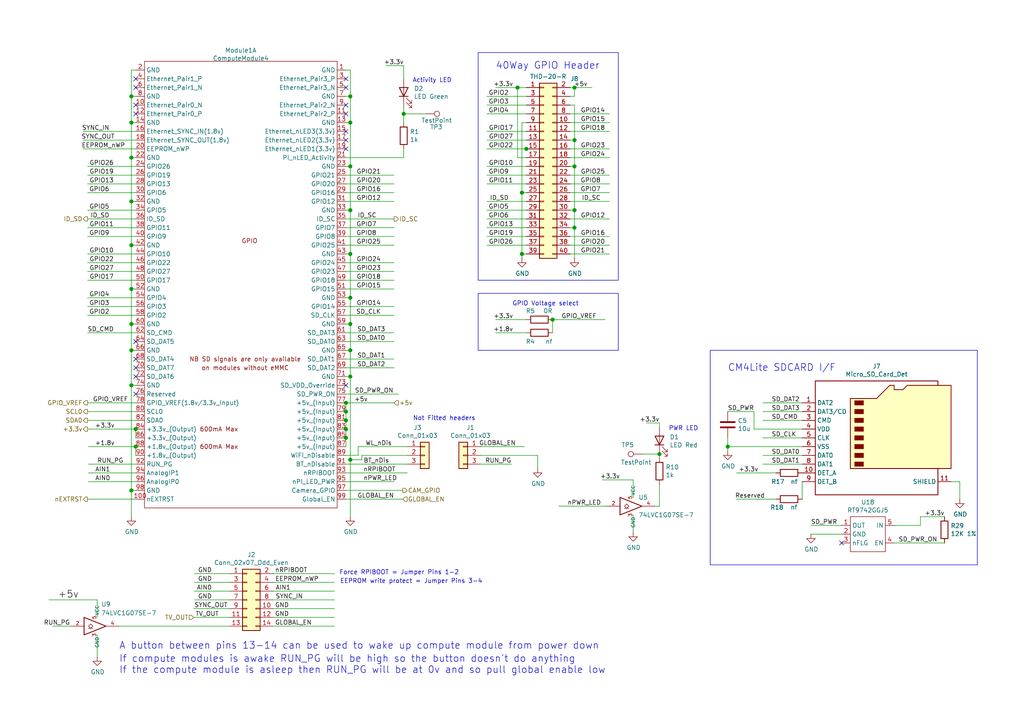
<source format=kicad_sch>
(kicad_sch (version 20231120) (generator "eeschema") (generator_version "8.0")
  (paper "A4")
  (title_block (title "Compute Module 4 IO Board - GPIO - Ethernet") (rev "1") (company "© 2020-2022 Raspberry Pi Ltd (formerly Raspberry Pi (Trading) Ltd.)") (comment 1 "www.raspberrypi.com"))
  (junction (at 38.1 93.98) (diameter 1.016))
  (junction (at 101.6 133.35) (diameter 1.016))
  (junction (at 166.624 40.64) (diameter 1.016))
  (junction (at 101.6 60.96) (diameter 1.016))
  (junction (at 151.384 55.88) (diameter 1.016))
  (junction (at 166.624 25.4) (diameter 1.016))
  (junction (at 101.6 48.26) (diameter 1.016))
  (junction (at 160.274 92.71) (diameter 1.016))
  (junction (at 101.6 73.66) (diameter 1.016))
  (junction (at 101.6 27.94) (diameter 1.016))
  (junction (at 151.384 73.66) (diameter 1.016))
  (junction (at 100.33 127) (diameter 1.016))
  (junction (at 101.6 86.36) (diameter 1.016))
  (junction (at 166.624 66.04) (diameter 1.016))
  (junction (at 38.1 71.12) (diameter 1.016))
  (junction (at 38.1 27.94) (diameter 1.016))
  (junction (at 100.33 121.92) (diameter 1.016))
  (junction (at 38.1 101.6) (diameter 1.016))
  (junction (at 38.1 45.72) (diameter 1.016))
  (junction (at 39.37 124.46) (diameter 1.016))
  (junction (at 117.094 33.02) (diameter 1.016))
  (junction (at 101.6 109.22) (diameter 1.016))
  (junction (at 101.6 35.56) (diameter 1.016))
  (junction (at 150.114 25.4) (diameter 1.016))
  (junction (at 166.624 48.26) (diameter 1.016))
  (junction (at 191.262 131.699) (diameter 1.016))
  (junction (at 211.074 129.54) (diameter 1.016))
  (junction (at 101.6 93.98) (diameter 1.016))
  (junction (at 100.33 116.84) (diameter 1.016))
  (junction (at 100.33 124.46) (diameter 1.016))
  (junction (at 101.6 101.6) (diameter 1.016))
  (junction (at 38.1 83.82) (diameter 1.016))
  (junction (at 166.624 60.96) (diameter 1.016))
  (junction (at 39.37 129.54) (diameter 1.016))
  (junction (at 38.1 111.76) (diameter 1.016))
  (junction (at 38.1 35.56) (diameter 1.016))
  (junction (at 38.1 58.42) (diameter 1.016))
  (junction (at 38.1 142.24) (diameter 1.016))
  (junction (at 152.654 43.18) (diameter 1.016))
  (junction (at 100.33 119.38) (diameter 1.016))
  (no_connect (at 100.33 38.1))
  (no_connect (at 100.33 33.02))
  (no_connect (at 244.094 157.48))
  (no_connect (at 100.33 111.76))
  (no_connect (at 100.33 40.64))
  (no_connect (at 39.37 99.06))
  (no_connect (at 39.37 25.4))
  (no_connect (at 100.33 25.4))
  (no_connect (at 39.37 114.3))
  (no_connect (at 100.33 22.86))
  (no_connect (at 39.37 30.48))
  (no_connect (at 100.33 43.18))
  (no_connect (at 39.37 33.02))
  (no_connect (at 100.33 30.48))
  (no_connect (at 39.37 22.86))
  (no_connect (at 39.37 109.22))
  (no_connect (at 39.37 106.68))
  (no_connect (at 39.37 104.14))
  (wire (pts (xy 25.4 119.38) (xy 39.37 119.38)))
  (wire (pts (xy 24.13 38.1) (xy 39.37 38.1)))
  (wire (pts (xy 38.1 58.42) (xy 39.37 58.42)))
  (wire (pts (xy 79.248 176.53) (xy 97.028 176.53)))
  (wire (pts (xy 166.624 66.04) (xy 166.624 74.93)))
  (wire (pts (xy 100.33 45.72) (xy 117.094 45.72)))
  (wire (pts (xy 141.224 40.64) (xy 152.654 40.64)))
  (wire (pts (xy 166.624 30.48) (xy 166.624 40.64)))
  (wire (pts (xy 79.248 171.45) (xy 97.028 171.45)))
  (wire (pts (xy 56.388 168.91) (xy 66.548 168.91)))
  (wire (pts (xy 101.6 133.35) (xy 101.6 149.86)))
  (polyline (pts (xy 179.324 101.6) (xy 139.954 101.6)) (stroke (width 0) (type solid)))
  (wire (pts (xy 101.6 48.26) (xy 101.6 60.96)))
  (wire (pts (xy 38.1 45.72) (xy 38.1 58.42)))
  (wire (pts (xy 141.224 53.34) (xy 152.654 53.34)))
  (wire (pts (xy 100.33 86.36) (xy 101.6 86.36)))
  (wire (pts (xy 56.388 171.45) (xy 66.548 171.45)))
  (wire (pts (xy 143.764 96.52) (xy 152.654 96.52)))
  (wire (pts (xy 25.4 91.44) (xy 39.37 91.44)))
  (wire (pts (xy 141.224 66.04) (xy 152.654 66.04)))
  (polyline (pts (xy 139.954 85.09) (xy 138.684 85.09)) (stroke (width 0) (type solid)))
  (wire (pts (xy 183.642 139.192) (xy 174.752 139.192)))
  (wire (pts (xy 166.624 66.04) (xy 166.624 60.96)))
  (wire (pts (xy 28.194 173.99) (xy 28.194 179.07)))
  (wire (pts (xy 25.654 139.7) (xy 39.37 139.7)))
  (wire (pts (xy 100.33 81.28) (xy 114.3 81.28)))
  (wire (pts (xy 103.886 129.54) (xy 118.11 129.54)))
  (wire (pts (xy 100.33 35.56) (xy 101.6 35.56)))
  (wire (pts (xy 141.224 33.02) (xy 152.654 33.02)))
  (polyline (pts (xy 205.994 163.83) (xy 205.994 101.6)) (stroke (width 0) (type solid)))
  (wire (pts (xy 139.446 134.62) (xy 148.336 134.62)))
  (wire (pts (xy 25.4 116.84) (xy 39.37 116.84)))
  (wire (pts (xy 100.33 53.34) (xy 114.3 53.34)))
  (wire (pts (xy 141.224 63.5) (xy 152.654 63.5)))
  (wire (pts (xy 101.6 86.36) (xy 101.6 93.98)))
  (wire (pts (xy 166.624 48.26) (xy 165.354 48.26)))
  (wire (pts (xy 38.1 20.32) (xy 38.1 27.94)))
  (wire (pts (xy 25.4 60.96) (xy 39.37 60.96)))
  (wire (pts (xy 166.624 40.64) (xy 165.354 40.64)))
  (wire (pts (xy 100.33 88.9) (xy 114.3 88.9)))
  (wire (pts (xy 56.388 173.99) (xy 66.548 173.99)))
  (wire (pts (xy 100.33 134.62) (xy 118.11 134.62)))
  (wire (pts (xy 79.248 173.99) (xy 97.028 173.99)))
  (wire (pts (xy 38.1 71.12) (xy 39.37 71.12)))
  (wire (pts (xy 100.33 20.32) (xy 101.6 20.32)))
  (wire (pts (xy 141.224 30.48) (xy 152.654 30.48)))
  (wire (pts (xy 25.654 134.62) (xy 39.37 134.62)))
  (wire (pts (xy 100.33 68.58) (xy 114.3 68.58)))
  (wire (pts (xy 100.33 109.22) (xy 101.6 109.22)))
  (wire (pts (xy 24.13 40.64) (xy 39.37 40.64)))
  (wire (pts (xy 100.33 142.24) (xy 116.84 142.24)))
  (polyline (pts (xy 179.324 15.24) (xy 138.684 15.24)) (stroke (width 0) (type solid)))
  (wire (pts (xy 213.614 137.16) (xy 225.044 137.16)))
  (wire (pts (xy 100.33 48.26) (xy 101.6 48.26)))
  (wire (pts (xy 100.33 139.7) (xy 114.3 139.7)))
  (wire (pts (xy 101.6 133.35) (xy 104.9782 133.35)))
  (wire (pts (xy 100.33 27.94) (xy 101.6 27.94)))
  (wire (pts (xy 143.764 25.4) (xy 150.114 25.4)))
  (wire (pts (xy 165.354 25.4) (xy 166.624 25.4)))
  (wire (pts (xy 266.954 149.86) (xy 266.954 152.4)))
  (wire (pts (xy 39.37 20.32) (xy 38.1 20.32)))
  (wire (pts (xy 191.262 122.682) (xy 187.452 122.682)))
  (wire (pts (xy 25.654 129.54) (xy 39.37 129.54)))
  (wire (pts (xy 100.33 121.92) (xy 100.33 124.46)))
  (wire (pts (xy 34.544 181.61) (xy 66.548 181.61)))
  (wire (pts (xy 244.094 152.4) (xy 235.204 152.4)))
  (wire (pts (xy 100.33 83.82) (xy 114.3 83.82)))
  (wire (pts (xy 39.37 129.54) (xy 39.624 129.54)))
  (wire (pts (xy 39.37 142.24) (xy 38.1 142.24)))
  (wire (pts (xy 218.694 124.46) (xy 218.694 119.38)))
  (wire (pts (xy 25.4 48.26) (xy 39.37 48.26)))
  (wire (pts (xy 25.4 121.92) (xy 39.37 121.92)))
  (wire (pts (xy 14.224 173.99) (xy 28.194 173.99)))
  (wire (pts (xy 141.224 50.8) (xy 152.654 50.8)))
  (wire (pts (xy 165.354 38.1) (xy 176.784 38.1)))
  (wire (pts (xy 232.664 139.7) (xy 232.664 144.78)))
  (wire (pts (xy 100.33 116.84) (xy 114.3 116.84)))
  (wire (pts (xy 79.248 181.61) (xy 97.028 181.61)))
  (wire (pts (xy 101.6 93.98) (xy 101.6 101.6)))
  (wire (pts (xy 38.1 83.82) (xy 39.37 83.82)))
  (wire (pts (xy 160.274 92.71) (xy 160.274 96.52)))
  (wire (pts (xy 165.354 30.48) (xy 166.624 30.48)))
  (wire (pts (xy 100.33 63.5) (xy 114.3 63.5)))
  (wire (pts (xy 101.6 73.66) (xy 101.6 86.36)))
  (wire (pts (xy 25.4 55.88) (xy 39.37 55.88)))
  (wire (pts (xy 100.33 71.12) (xy 114.3 71.12)))
  (wire (pts (xy 151.384 35.56) (xy 151.384 55.88)))
  (polyline (pts (xy 179.324 15.24) (xy 179.324 81.28)) (stroke (width 0) (type solid)))
  (wire (pts (xy 191.262 123.952) (xy 191.262 122.682)))
  (wire (pts (xy 38.1 93.98) (xy 39.37 93.98)))
  (wire (pts (xy 151.384 55.88) (xy 152.654 55.88)))
  (wire (pts (xy 56.388 166.37) (xy 66.548 166.37)))
  (wire (pts (xy 100.33 78.74) (xy 114.3 78.74)))
  (polyline (pts (xy 138.684 101.6) (xy 138.684 85.09)) (stroke (width 0) (type solid)))
  (wire (pts (xy 38.1 111.76) (xy 38.1 142.24)))
  (wire (pts (xy 150.114 25.4) (xy 150.114 45.72)))
  (polyline (pts (xy 179.324 85.09) (xy 179.324 101.6)) (stroke (width 0) (type solid)))
  (wire (pts (xy 165.354 33.02) (xy 176.784 33.02)))
  (wire (pts (xy 100.33 127) (xy 100.33 129.54)))
  (wire (pts (xy 141.224 68.58) (xy 152.654 68.58)))
  (wire (pts (xy 25.4 63.5) (xy 39.37 63.5)))
  (wire (pts (xy 165.354 68.58) (xy 176.784 68.58)))
  (wire (pts (xy 114.3 91.44) (xy 100.33 91.44)))
  (wire (pts (xy 165.354 71.12) (xy 176.784 71.12)))
  (wire (pts (xy 100.33 60.96) (xy 101.6 60.96)))
  (wire (pts (xy 25.4 53.34) (xy 39.37 53.34)))
  (wire (pts (xy 139.446 132.08) (xy 155.956 132.08)))
  (wire (pts (xy 100.33 119.38) (xy 100.33 121.92)))
  (wire (pts (xy 25.4 96.52) (xy 39.37 96.52)))
  (wire (pts (xy 165.354 55.88) (xy 176.784 55.88)))
  (wire (pts (xy 25.654 137.16) (xy 39.37 137.16)))
  (wire (pts (xy 183.642 149.352) (xy 183.642 154.432)))
  (wire (pts (xy 191.262 140.462) (xy 191.262 146.812)))
  (wire (pts (xy 160.274 92.71) (xy 175.514 92.71)))
  (wire (pts (xy 259.334 157.48) (xy 273.939 157.48)))
  (wire (pts (xy 232.664 134.62) (xy 221.234 134.62)))
  (wire (pts (xy 100.33 124.46) (xy 100.33 127)))
  (wire (pts (xy 24.13 43.18) (xy 39.37 43.18)))
  (wire (pts (xy 141.224 38.1) (xy 152.654 38.1)))
  (wire (pts (xy 165.354 50.8) (xy 176.784 50.8)))
  (wire (pts (xy 191.262 131.572) (xy 191.262 131.699)))
  (wire (pts (xy 165.354 58.42) (xy 176.784 58.42)))
  (wire (pts (xy 151.384 55.88) (xy 151.384 73.66)))
  (wire (pts (xy 25.4 86.36) (xy 39.37 86.36)))
  (wire (pts (xy 25.4 50.8) (xy 39.37 50.8)))
  (wire (pts (xy 244.094 154.94) (xy 235.204 154.94)))
  (wire (pts (xy 79.248 168.91) (xy 97.028 168.91)))
  (wire (pts (xy 221.234 116.84) (xy 232.664 116.84)))
  (wire (pts (xy 56.134 179.07) (xy 66.548 179.07)))
  (wire (pts (xy 38.1 101.6) (xy 39.37 101.6)))
  (wire (pts (xy 191.262 146.812) (xy 189.992 146.812)))
  (polyline (pts (xy 283.464 101.6) (xy 283.464 163.83)) (stroke (width 0) (type solid)))
  (wire (pts (xy 166.624 40.64) (xy 166.624 48.26)))
  (wire (pts (xy 25.4 144.78) (xy 39.37 144.78)))
  (wire (pts (xy 165.354 35.56) (xy 176.784 35.56)))
  (wire (pts (xy 100.33 114.3) (xy 115.57 114.3)))
  (wire (pts (xy 278.384 139.7) (xy 278.384 144.78)))
  (wire (pts (xy 141.224 71.12) (xy 152.654 71.12)))
  (wire (pts (xy 79.248 166.37) (xy 97.028 166.37)))
  (wire (pts (xy 165.354 53.34) (xy 176.784 53.34)))
  (wire (pts (xy 100.33 66.04) (xy 114.3 66.04)))
  (wire (pts (xy 100.33 50.8) (xy 114.3 50.8)))
  (wire (pts (xy 141.224 27.94) (xy 152.654 27.94)))
  (wire (pts (xy 141.224 58.42) (xy 152.654 58.42)))
  (wire (pts (xy 213.614 144.78) (xy 225.044 144.78)))
  (wire (pts (xy 101.6 27.94) (xy 101.6 35.56)))
  (wire (pts (xy 139.446 129.54) (xy 152.146 129.54)))
  (wire (pts (xy 25.4 68.58) (xy 39.37 68.58)))
  (wire (pts (xy 39.37 127) (xy 39.37 124.46)))
  (wire (pts (xy 79.248 179.07) (xy 97.028 179.07)))
  (wire (pts (xy 183.642 144.272) (xy 183.642 139.192)))
  (polyline (pts (xy 139.954 85.09) (xy 179.324 85.09)) (stroke (width 0) (type solid)))
  (wire (pts (xy 117.094 33.02) (xy 117.094 30.48)))
  (wire (pts (xy 25.4 66.04) (xy 39.37 66.04)))
  (wire (pts (xy 25.4 81.28) (xy 39.37 81.28)))
  (wire (pts (xy 186.2582 131.699) (xy 191.262 131.699)))
  (wire (pts (xy 100.33 76.2) (xy 114.3 76.2)))
  (wire (pts (xy 273.939 149.86) (xy 266.954 149.86)))
  (wire (pts (xy 39.37 132.08) (xy 39.37 129.54)))
  (wire (pts (xy 101.6 60.96) (xy 101.6 73.66)))
  (wire (pts (xy 166.624 60.96) (xy 166.624 48.26)))
  (polyline (pts (xy 283.464 163.83) (xy 205.994 163.83)) (stroke (width 0) (type solid)))
  (wire (pts (xy 191.262 131.699) (xy 191.262 132.842)))
  (wire (pts (xy 117.094 22.86) (xy 117.094 19.05)))
  (wire (pts (xy 211.074 127) (xy 211.074 129.54)))
  (wire (pts (xy 100.33 101.6) (xy 101.6 101.6)))
  (wire (pts (xy 100.33 144.78) (xy 116.84 144.78)))
  (wire (pts (xy 38.1 111.76) (xy 39.37 111.76)))
  (wire (pts (xy 221.234 132.08) (xy 232.664 132.08)))
  (wire (pts (xy 211.074 119.38) (xy 218.694 119.38)))
  (wire (pts (xy 166.624 25.4) (xy 171.704 25.4)))
  (wire (pts (xy 151.384 73.66) (xy 152.654 73.66)))
  (wire (pts (xy 38.1 45.72) (xy 39.37 45.72)))
  (wire (pts (xy 100.33 116.84) (xy 100.33 119.38)))
  (wire (pts (xy 166.624 27.94) (xy 166.624 25.4)))
  (wire (pts (xy 104.9782 133.35) (xy 104.9782 132.08)))
  (wire (pts (xy 39.37 35.56) (xy 38.1 35.56)))
  (wire (pts (xy 101.6 35.56) (xy 101.6 48.26)))
  (wire (pts (xy 150.114 45.72) (xy 152.654 45.72)))
  (wire (pts (xy 56.134 176.53) (xy 66.548 176.53)))
  (wire (pts (xy 141.224 60.96) (xy 152.654 60.96)))
  (wire (pts (xy 100.33 132.08) (xy 103.886 132.08)))
  (wire (pts (xy 38.1 35.56) (xy 38.1 45.72)))
  (wire (pts (xy 232.664 124.46) (xy 218.694 124.46)))
  (polyline (pts (xy 138.684 101.6) (xy 139.954 101.6)) (stroke (width 0) (type solid)))
  (wire (pts (xy 25.4 76.2) (xy 39.37 76.2)))
  (wire (pts (xy 114.3 104.14) (xy 100.33 104.14)))
  (wire (pts (xy 152.654 35.56) (xy 151.384 35.56)))
  (wire (pts (xy 259.334 152.4) (xy 266.954 152.4)))
  (wire (pts (xy 25.4 78.74) (xy 39.37 78.74)))
  (wire (pts (xy 100.33 58.42) (xy 114.3 58.42)))
  (wire (pts (xy 100.33 93.98) (xy 101.6 93.98)))
  (wire (pts (xy 39.37 27.94) (xy 38.1 27.94)))
  (wire (pts (xy 28.194 184.15) (xy 28.194 190.5)))
  (wire (pts (xy 38.1 83.82) (xy 38.1 93.98)))
  (wire (pts (xy 165.354 66.04) (xy 166.624 66.04)))
  (polyline (pts (xy 205.994 101.6) (xy 283.464 101.6)) (stroke (width 0) (type solid)))
  (wire (pts (xy 112.014 19.05) (xy 117.094 19.05)))
  (wire (pts (xy 38.1 93.98) (xy 38.1 101.6)))
  (polyline (pts (xy 138.684 81.28) (xy 179.324 81.28)) (stroke (width 0) (type solid)))
  (wire (pts (xy 38.1 101.6) (xy 38.1 111.76)))
  (wire (pts (xy 101.6 20.32) (xy 101.6 27.94)))
  (wire (pts (xy 38.1 142.24) (xy 38.1 149.86)))
  (wire (pts (xy 25.4 124.46) (xy 39.37 124.46)))
  (wire (pts (xy 141.224 48.26) (xy 152.654 48.26)))
  (wire (pts (xy 141.224 43.18) (xy 152.654 43.18)))
  (wire (pts (xy 232.664 119.38) (xy 221.234 119.38)))
  (wire (pts (xy 162.052 146.812) (xy 176.022 146.812)))
  (wire (pts (xy 232.664 127) (xy 221.234 127)))
  (wire (pts (xy 103.886 132.08) (xy 103.886 129.54)))
  (wire (pts (xy 165.354 63.5) (xy 176.784 63.5)))
  (wire (pts (xy 38.1 58.42) (xy 38.1 71.12)))
  (wire (pts (xy 275.844 139.7) (xy 278.384 139.7)))
  (wire (pts (xy 155.194 43.18) (xy 152.654 43.18)))
  (wire (pts (xy 165.354 60.96) (xy 166.624 60.96)))
  (wire (pts (xy 100.33 99.06) (xy 114.3 99.06)))
  (wire (pts (xy 101.6 101.6) (xy 101.6 109.22)))
  (wire (pts (xy 155.956 132.08) (xy 155.956 135.89)))
  (wire (pts (xy 100.33 106.68) (xy 114.3 106.68)))
  (wire (pts (xy 165.354 43.18) (xy 176.784 43.18)))
  (wire (pts (xy 211.074 129.54) (xy 211.074 130.81)))
  (wire (pts (xy 25.4 88.9) (xy 39.37 88.9)))
  (wire (pts (xy 114.3 96.52) (xy 100.33 96.52)))
  (wire (pts (xy 165.354 27.94) (xy 166.624 27.94)))
  (wire (pts (xy 143.764 92.71) (xy 152.654 92.71)))
  (wire (pts (xy 15.24 181.61) (xy 20.574 181.61)))
  (wire (pts (xy 100.33 137.16) (xy 118.11 137.16)))
  (wire (pts (xy 123.444 33.02) (xy 117.094 33.02)))
  (wire (pts (xy 117.094 35.56) (xy 117.094 33.02)))
  (wire (pts (xy 151.384 73.66) (xy 151.384 74.93)))
  (wire (pts (xy 100.33 55.88) (xy 114.3 55.88)))
  (wire (pts (xy 221.234 121.92) (xy 232.664 121.92)))
  (wire (pts (xy 25.4 73.66) (xy 39.37 73.66)))
  (wire (pts (xy 211.074 129.54) (xy 232.664 129.54)))
  (wire (pts (xy 117.094 45.72) (xy 117.094 43.18)))
  (wire (pts (xy 165.354 45.72) (xy 176.784 45.72)))
  (polyline (pts (xy 138.684 15.24) (xy 138.684 81.28)) (stroke (width 0) (type solid)))
  (wire (pts (xy 101.6 109.22) (xy 101.6 133.35)))
  (wire (pts (xy 104.9782 132.08) (xy 118.11 132.08)))
  (wire (pts (xy 152.654 25.4) (xy 150.114 25.4)))
  (wire (pts (xy 38.1 71.12) (xy 38.1 83.82)))
  (wire (pts (xy 100.33 73.66) (xy 101.6 73.66)))
  (wire (pts (xy 165.354 73.66) (xy 176.784 73.66)))
  (wire (pts (xy 38.1 27.94) (xy 38.1 35.56)))
  (text "PWR LED" (at 193.929 125.095 0) (effects (font (size 1.27 1.27)) (justify left bottom)))
  (text "40Way GPIO Header" (at 143.764 20.32 0) (effects (font (size 2.007 2.007)) (justify left bottom)))
  (text "CM4Lite SDCARD I/F" (at 211.074 107.95 0) (effects (font (size 2.007 2.007)) (justify left bottom)))
  (text "GPIO Voltage select\n" (at 167.894 88.9 0) (effects (font (size 1.27 1.27)) (justify right bottom)))
  (text "Activity LED" (at 119.634 24.13 0) (effects (font (size 1.27 1.27)) (justify left bottom)))
  (text "EEPROM write protect = Jumper Pins 3-4\n\n" (at 139.954 171.45 0) (effects (font (size 1.27 1.27)) (justify right bottom)))
  (text "Not Fitted headers" (at 137.922 122.174 0) (effects (font (size 1.27 1.27)) (justify right bottom)))
  (text "A button between pins 13-14 can be used to wake up compute module from power down\n\n" (at 34.544 191.77 0) (effects (font (size 2.007 2.007)) (justify left bottom)))
  (text "If compute modules is awake RUN_PG will be high so the button doesn't do anything\nIf the compute module is asleep then RUN_PG will be at 0v and so pull global enable low" (at 34.544 195.58 0) (effects (font (size 2.007 2.007)) (justify left bottom)))
  (text "Force RPIBOOT = Jumper Pins 1-2 \n" (at 134.112 166.878 0) (effects (font (size 1.27 1.27)) (justify right bottom)))
  (label "GPIO12" (at 110.49 58.42 180))
  (label "GPIO15" (at 175.514 35.56 180))
  (label "ID_SD" (at 147.574 58.42 180))
  (label "GPIO23" (at 110.49 78.74 180))
  (label "SD_PWR_ON" (at 102.87 114.3 0))
  (label "ID_SC" (at 109.22 63.5 180))
  (label "GPIO14" (at 110.49 88.9 180))
  (label "SD_DAT3" (at 223.774 119.38 0))
  (label "SD_DAT3" (at 111.76 96.52 180))
  (label "+3.3v" (at 148.844 92.71 180))
  (label "GPIO12" (at 175.514 63.5 180))
  (label "SD_DAT0" (at 223.774 132.08 0))
  (label "SD_PWR" (at 235.204 152.4 0))
  (label "GPIO11" (at 148.844 53.34 180))
  (label "GPIO18" (at 175.514 38.1 180))
  (label "nPWR_LED" (at 105.41 139.7 0))
  (label "GND" (at 83.82 176.53 180))
  (label "GPIO3" (at 147.574 30.48 180))
  (label "SD_PWR" (at 211.074 119.38 0))
  (label "+5v" (at 16.764 173.99 0) (effects (font (size 2.0066 2.0066))))
  (label "SD_DAT0" (at 111.76 99.06 180))
  (label "GPIO14" (at 175.514 33.02 180))
  (label "GPIO7" (at 174.244 55.88 180))
  (label "GPIO20" (at 110.49 53.34 180))
  (label "SD_DAT1" (at 223.774 134.62 0))
  (label "GPIO26" (at 148.844 71.12 180))
  (label "BT_nDis" (at 112.8776 134.62 180))
  (label "SD_DAT2" (at 111.76 106.68 180))
  (label "EEPROM_nWP" (at 36.322 43.18 180))
  (label "GPIO8" (at 109.22 68.58 180))
  (label "AIN0" (at 61.468 171.45 180))
  (label "GPIO26" (at 33.02 48.26 180))
  (label "+3.3v" (at 219.964 137.16 180))
  (label "GPIO5" (at 147.574 60.96 180))
  (label "SYNC_IN" (at 31.75 38.1 180))
  (label "GPIO2" (at 147.574 27.94 180))
  (label "SD_PWR_ON" (at 260.604 157.48 0))
  (label "GPIO18" (at 110.49 81.28 180))
  (label "GPIO15" (at 110.49 83.82 180))
  (label "GPIO25" (at 110.49 71.12 180))
  (label "nRPIBOOT" (at 114.7572 137.16 180))
  (label "GPIO_VREF" (at 26.924 116.84 0))
  (label "GPIO6" (at 147.574 63.5 180))
  (label "GPIO13" (at 148.844 66.04 180))
  (label "GPIO6" (at 31.75 55.88 180))
  (label "GPIO17" (at 148.844 38.1 180))
  (label "GPIO9" (at 147.574 50.8 180))
  (label "GPIO25" (at 175.514 50.8 180))
  (label "GPIO21" (at 175.514 73.66 180))
  (label "AIN1" (at 84.328 171.45 180))
  (label "GPIO13" (at 33.02 53.34 180))
  (label "GPIO_VREF" (at 162.814 92.71 0))
  (label "GPIO19" (at 148.844 68.58 180))
  (label "+3.3v" (at 191.262 122.682 180))
  (label "GPIO16" (at 110.49 55.88 180))
  (label "AIN1" (at 32.004 137.16 180))
  (label "SYNC_IN" (at 87.884 173.99 180))
  (label "SD_CMD" (at 33.02 96.52 180))
  (label "GND" (at 61.468 166.37 180))
  (label "+5v" (at 170.434 25.4 180))
  (label "RUN_PG" (at 148.336 134.62 180))
  (label "GPIO22" (at 33.02 76.2 180))
  (label "SD_CLK" (at 223.774 127 0))
  (label "GPIO19" (at 33.02 50.8 180))
  (label "+3.3v" (at 148.844 25.4 180))
  (label "GPIO4" (at 31.75 86.36 180))
  (label "nPWR_LED" (at 164.592 146.812 0))
  (label "GPIO5" (at 31.75 60.96 180))
  (label "+3.3v" (at 33.274 124.46 180))
  (label "GPIO10" (at 148.844 48.26 180))
  (label "+5v" (at 106.68 116.84 180))
  (label "SYNC_OUT" (at 33.274 40.64 180))
  (label "GND" (at 61.468 168.91 180))
  (label "EEPROM_nWP" (at 92.456 168.91 180))
  (label "SYNC_OUT" (at 66.04 176.53 180))
  (label "GLOBAL_EN" (at 114.3 144.78 180))
  (label "+3.3v" (at 273.939 149.86 180))
  (label "GPIO27" (at 33.02 78.74 180))
  (label "GLOBAL_EN" (at 90.424 181.61 180))
  (label "GLOBAL_EN" (at 149.606 129.54 180))
  (label "GPIO27" (at 148.844 40.64 180))
  (label "GPIO11" (at 33.02 66.04 180))
  (label "+1.8v" (at 33.274 129.54 180))
  (label "GND" (at 61.468 173.99 180))
  (label "TV_OUT" (at 63.5 179.07 180))
  (label "RUN_PG" (at 35.814 134.62 180))
  (label "GPIO20" (at 175.514 71.12 180))
  (label "GPIO7" (at 109.22 66.04 180))
  (label "SD_DAT1" (at 111.76 104.14 180))
  (label "ID_SC" (at 174.244 58.42 180))
  (label "GPIO22" (at 148.844 43.18 180))
  (label "+3.3v" (at 117.094 19.05 180))
  (label "GPIO8" (at 174.244 53.34 180))
  (label "GND" (at 83.82 179.07 180))
  (label "GPIO3" (at 31.75 88.9 180))
  (label "GPIO17" (at 33.02 81.28 180))
  (label "GPIO2" (at 31.75 91.44 180))
  (label "WL_nDis" (at 113.665 129.54 180))
  (label "ID_SD" (at 31.75 63.5 180))
  (label "GPIO9" (at 31.75 68.58 180))
  (label "nRPIBOOT" (at 89.154 166.37 180))
  (label "+3.3v" (at 179.832 139.192 180))
  (label "GPIO23" (at 175.514 43.18 180))
  (label "SD_CLK" (at 110.49 91.44 180))
  (label "GPIO24" (at 110.49 76.2 180))
  (label "+1.8v" (at 148.844 96.52 180))
  (label "SD_CMD" (at 223.774 121.92 0))
  (label "GPIO4" (at 147.574 33.02 180))
  (label "RUN_PG" (at 20.32 181.61 180))
  (label "GPIO16" (at 175.514 68.58 180))
  (label "GPIO10" (at 33.02 73.66 180))
  (label "GPIO21" (at 110.49 50.8 180))
  (label "GPIO24" (at 175.514 45.72 180))
  (label "AIN0" (at 32.004 139.7 180))
  (label "SD_DAT2" (at 223.774 116.84 0))
  (label "Reserved" (at 221.869 144.78 180))
  (hierarchical_label "+5v" (shape input) (at 114.3 116.84 0))
  (hierarchical_label "GLOBAL_EN" (shape input) (at 116.84 144.78 0))
  (hierarchical_label "ID_SC" (shape output) (at 114.3 63.5 0))
  (hierarchical_label "TV_OUT" (shape input) (at 56.134 179.07 180))
  (hierarchical_label "SCL0" (shape output) (at 25.4 119.38 180))
  (hierarchical_label "ID_SD" (shape output) (at 25.4 63.5 180))
  (hierarchical_label "GPIO_VREF" (shape output) (at 25.4 116.84 180))
  (hierarchical_label "SDA0" (shape output) (at 25.4 121.92 180))
  (hierarchical_label "CAM_GPIO" (shape output) (at 116.84 142.24 0))
  (hierarchical_label "nEXTRST" (shape output) (at 25.4 144.78 180))
  (hierarchical_label "+3.3v" (shape output) (at 25.4 124.46 180))
  (symbol (lib_id "CM4IO:74LVC1G07_copy") (at 183.642 146.812 0) (unit 1)
    (property "Reference" "U5" (at 185.166 144.272 0) (effects (justify left)))
    (property "Value" "74LVC1G07SE-7" (at 185.166 149.352 0) (effects (justify left)))
    (property "Footprint" "Package_TO_SOT_SMD:SOT-353_SC-70-5" (effects (hide yes)))
    (property "Datasheet" "http://www.ti.com/lit/sg/scyt129e/scyt129e.pdf" (effects (hide yes)))
    (property "Description" "Single Buffer Gate w/ Open Drain, Low-Voltage CMOS" (effects (hide yes)))
    (property "Field4" "Farnell" (effects (hide yes)))
    (property "Field5" "2425492" (effects (hide yes)))
    (property "Field6" "74LVC1G07SE-7" (effects (hide yes)))
    (property "Field7" "Diodes" (effects (hide yes)))
    (property "Part Description" "Buffer, Non-Inverting 1 Element 1 Bit per Element Open Drain Output SOT-353" (effects (hide yes)))
  )
  (symbol (lib_id "CM4IO:74LVC1G07_copy") (at 28.194 181.61 0) (unit 1)
    (property "Reference" "U9" (at 30.734 175.26 0))
    (property "Value" "74LVC1G07SE-7" (at 37.338 177.8 0))
    (property "Footprint" "Package_TO_SOT_SMD:SOT-353_SC-70-5" (effects (hide yes)))
    (property "Datasheet" "http://www.ti.com/lit/sg/scyt129e/scyt129e.pdf" (effects (hide yes)))
    (property "Description" "Single Buffer Gate w/ Open Drain, Low-Voltage CMOS" (effects (hide yes)))
    (property "Field4" "Farnell" (effects (hide yes)))
    (property "Field5" "2425492" (effects (hide yes)))
    (property "Field6" "74LVC1G07SE-7" (effects (hide yes)))
    (property "Field7" "Diodes" (effects (hide yes)))
    (property "Part Description" "Buffer, Non-Inverting 1 Element 1 Bit per Element Open Drain Output SOT-353" (effects (hide yes)))
  )
  (symbol (lib_id "power:GND") (at 28.194 190.5 0) (unit 1)
    (property "Reference" "#PWR027" (effects (hide yes)))
    (property "Value" "GND" (at 28.321 194.8942 0))
    (property "Description" "Power symbol creates a global label with name \"GND\" , ground" (effects (hide yes)))
  )
  (symbol (lib_id "CM4IO:RT9742GGJ5") (at 252.984 162.56 0) (unit 1)
    (property "Reference" "U18" (at 251.714 145.669 0))
    (property "Value" "RT9742GGJ5" (at 251.714 147.9804 0))
    (property "Footprint" "Package_TO_SOT_SMD:SOT-23-5" (effects (hide yes)))
    (property "Datasheet" "https://www.richtek.com/assets/product_file/RT9742/DS9742-00.pdf" (effects (hide yes)))
    (property "Field4" "Farnell" (effects (hide yes)))
    (property "Field5" "	2545875" (effects (hide yes)))
    (property "Field6" "RT9742GGJ5" (effects (hide yes)))
    (property "Field7" "RichTek" (effects (hide yes)))
    (property "Field8" "USWI00166" (effects (hide yes)))
    (property "Part Description" "	Power Switch/Driver 1:1 N-Channel 1A TSOT-23-5" (effects (hide yes)))
  )
  (symbol (lib_id "power:GND") (at 235.204 154.94 0) (unit 1)
    (property "Reference" "#PWR0113" (effects (hide yes)))
    (property "Value" "GND" (at 235.331 159.3342 0))
    (property "Description" "Power symbol creates a global label with name \"GND\" , ground" (effects (hide yes)))
  )
  (symbol (lib_id "CM4IO:ComputeModule4-CM4") (at 72.39 76.2 0) (unit 1)
    (property "Reference" "Module1" (at 69.85 14.605 0))
    (property "Value" "ComputeModule4" (at 69.85 16.9164 0))
    (property "Footprint" "CM4IO:Raspberry-Pi-4-Compute-Module" (effects (hide yes)))
    (property "Field4" "Hirose" (effects (hide yes)))
    (property "Field5" "2x DF40C-100DS-0.4V" (effects (hide yes)))
    (property "Field6" "2off DF40C-100DS-0.4V" (effects (hide yes)))
    (property "Field7" "Hirose" (effects (hide yes)))
    (property "Part Description" "	100 Position Connector Receptacle, Center Strip Contacts Surface Mount Gold" (effects (hide yes)))
  )
  (symbol (lib_id "Connector_Generic:Conn_02x20_Odd_Even") (at 157.734 48.26 0) (unit 1)
    (property "Reference" "J8" (at 166.624 22.86 0))
    (property "Value" "THD-20-R" (at 159.004 22.1996 0))
    (property "Footprint" "Connector_PinHeader_2.54mm:PinHeader_2x20_P2.54mm_Vertical" (effects (hide yes)))
    (property "Description" "Generic connector, double row, 02x20, odd/even pin numbering scheme (row 1 odd numbers, row 2 even numbers), script generated (kicad-library-utils/schlib/autogen/connector/)" (effects (hide yes)))
    (property "Field4" "Toby" (effects (hide yes)))
    (property "Field5" "THD-20-R" (effects (hide yes)))
    (property "Field6" "THD-20-R" (effects (hide yes)))
    (property "Field7" "Toby" (effects (hide yes)))
    (property "Field8" "UCON00511" (effects (hide yes)))
    (property "Part Description" "PinHeader_2x20_P2.54mm_Vertical" (effects (hide yes)))
  )
  (symbol (lib_id "Device:C") (at 211.074 123.19 0) (unit 1)
    (property "Reference" "C5" (at 213.995 122.0216 0) (effects (justify left)))
    (property "Value" "10u" (at 213.995 124.333 0) (effects (justify left)))
    (property "Footprint" "Capacitor_SMD:C_0805_2012Metric" (effects (hide yes)))
    (property "Description" "Unpolarized capacitor" (effects (hide yes)))
    (property "Field5" "490-14381-1-ND" (effects (hide yes)))
    (property "Field4" "Digikey" (effects (hide yes)))
    (property "Field6" "GRM21BR71A106KA73L" (effects (hide yes)))
    (property "Field7" "Murata" (effects (hide yes)))
    (property "Part Description" "	10uF 10% 10V Ceramic Capacitor X7R 0805 (2012 Metric)" (effects (hide yes)))
    (property "Field8" "111893011" (effects (hide yes)))
  )
  (symbol (lib_id "power:GND") (at 166.624 74.93 0) (unit 1)
    (property "Reference" "#PWR0102" (effects (hide yes)))
    (property "Value" "GND" (at 166.751 79.3242 0))
    (property "Description" "Power symbol creates a global label with name \"GND\" , ground" (effects (hide yes)))
  )
  (symbol (lib_id "power:GND") (at 151.384 74.93 0) (unit 1)
    (property "Reference" "#PWR0103" (effects (hide yes)))
    (property "Value" "GND" (at 151.511 79.3242 0))
    (property "Description" "Power symbol creates a global label with name \"GND\" , ground" (effects (hide yes)))
  )
  (symbol (lib_id "power:GND") (at 38.1 149.86 0) (unit 1)
    (property "Reference" "#PWR0104" (effects (hide yes)))
    (property "Value" "GND" (at 38.227 154.2542 0))
    (property "Description" "Power symbol creates a global label with name \"GND\" , ground" (effects (hide yes)))
  )
  (symbol (lib_id "power:GND") (at 101.6 149.86 0) (unit 1)
    (property "Reference" "#PWR0105" (effects (hide yes)))
    (property "Value" "GND" (at 101.727 154.2542 0))
    (property "Description" "Power symbol creates a global label with name \"GND\" , ground" (effects (hide yes)))
  )
  (symbol (lib_id "Device:LED") (at 117.094 26.67 90) (unit 1)
    (property "Reference" "D2" (at 120.0658 25.6794 90) (effects (justify right)))
    (property "Value" "LED Green" (at 120.0658 27.9908 90) (effects (justify right)))
    (property "Footprint" "LED_SMD:LED_0603_1608Metric" (effects (hide yes)))
    (property "Description" "Light emitting diode" (effects (hide yes)))
    (property "Field4" "Digikey " (effects (hide yes)))
    (property "Field5" "LTST-S270KGKT" (effects (hide yes)))
    (property "Field6" "SML-A12M8TT86N" (effects (hide yes)))
    (property "Field7" "Rohm" (effects (hide yes)))
    (property "Field8" "650263301" (effects (hide yes)))
    (property "Part Description" "	Green 572nm LED Indication - Discrete 2.2V 2-SMD, No Lead" (effects (hide yes)))
  )
  (symbol (lib_id "Device:R") (at 117.094 39.37 0) (unit 1)
    (property "Reference" "R1" (at 118.872 38.2016 0) (effects (justify left)))
    (property "Value" "1k" (at 118.872 40.513 0) (effects (justify left)))
    (property "Footprint" "Resistor_SMD:R_0402_1005Metric" (effects (hide yes)))
    (property "Description" "Resistor" (effects (hide yes)))
    (property "Field4" "Farnell" (effects (hide yes)))
    (property "Field5" "9239235" (effects (hide yes)))
    (property "Field7" "KOA EUROPE GMBH" (effects (hide yes)))
    (property "Field6" "RK73H1ETTP1001F" (effects (hide yes)))
    (property "Part Description" "Resistor 1K M1005 1% 63mW" (effects (hide yes)))
    (property "Field8" "125049511" (effects (hide yes)))
  )
  (symbol (lib_id "power:GND") (at 183.642 154.432 0) (unit 1)
    (property "Reference" "#PWR05" (effects (hide yes)))
    (property "Value" "GND" (at 183.769 158.8262 0))
    (property "Description" "Power symbol creates a global label with name \"GND\" , ground" (effects (hide yes)))
  )
  (symbol (lib_id "Device:LED") (at 191.262 127.762 90) (unit 1)
    (property "Reference" "D1" (at 194.2338 126.7714 90) (effects (justify right)))
    (property "Value" "LED Red" (at 194.2338 129.0828 90) (effects (justify right)))
    (property "Footprint" "LED_SMD:LED_0603_1608Metric" (effects (hide yes)))
    (property "Description" "Light emitting diode" (effects (hide yes)))
    (property "Field4" "Digikey " (effects (hide yes)))
    (property "Field5" "	LTST-S270KRKT" (effects (hide yes)))
    (property "Field6" "SML-A12U8TT86Q" (effects (hide yes)))
    (property "Field7" "Rohm" (effects (hide yes)))
    (property "Field8" "650295101" (effects (hide yes)))
    (property "Part Description" "	Red 620nm LED Indication - Discrete 2.2V 2-SMD, No Lead" (effects (hide yes)))
  )
  (symbol (lib_id "Device:R") (at 191.262 136.652 0) (unit 1)
    (property "Reference" "R10" (at 193.04 135.4836 0) (effects (justify left)))
    (property "Value" "1k" (at 193.04 137.795 0) (effects (justify left)))
    (property "Footprint" "Resistor_SMD:R_0402_1005Metric" (effects (hide yes)))
    (property "Description" "Resistor" (effects (hide yes)))
    (property "Field4" "Farnell" (effects (hide yes)))
    (property "Field5" "9239235" (effects (hide yes)))
    (property "Field7" "KOA EUROPE GMBH" (effects (hide yes)))
    (property "Field6" "RK73H1ETTP1001F" (effects (hide yes)))
    (property "Part Description" "Resistor 1K M1005 1% 63mW" (effects (hide yes)))
    (property "Field8" "125049511" (effects (hide yes)))
  )
  (symbol (lib_id "Connector_Generic:Conn_01x03") (at 134.366 132.08 0) (mirror y) (unit 1)
    (property "Reference" "J1" (at 136.4488 124.0282 0))
    (property "Value" "Conn_01x03" (at 136.4488 126.3396 0))
    (property "Footprint" "Connector_PinHeader_2.54mm:PinHeader_1x03_P2.54mm_Vertical" (effects (hide yes)))
    (property "Description" "Generic connector, single row, 01x03, script generated (kicad-library-utils/schlib/autogen/connector/)" (effects (hide yes)))
    (property "Field4" "nf" (effects (hide yes)))
    (property "Field5" "nf" (effects (hide yes)))
    (property "Field6" "nf" (effects (hide yes)))
    (property "Field7" "nf" (effects (hide yes)))
    (property "Part Description" "3pin 0.1\" connector" (effects (hide yes)))
  )
  (symbol (lib_id "power:GND") (at 155.956 135.89 0) (unit 1)
    (property "Reference" "#PWR0106" (effects (hide yes)))
    (property "Value" "GND" (at 156.083 140.2842 0))
    (property "Description" "Power symbol creates a global label with name \"GND\" , ground" (effects (hide yes)))
  )
  (symbol (lib_id "Connector:TestPoint") (at 186.2582 131.699 90) (unit 1)
    (property "Reference" "TP5" (at 183.896 129.032 90) (effects (justify left)))
    (property "Value" "TestPoint" (at 188.976 134.112 90) (effects (justify left)))
    (property "Footprint" "TestPoint:TestPoint_Pad_2.0x2.0mm" (effects (hide yes)))
    (property "Description" "test point" (effects (hide yes)))
    (property "Field4" "nf" (effects (hide yes)))
    (property "Field5" "nf" (effects (hide yes)))
    (property "Field6" "nf" (effects (hide yes)))
    (property "Field7" "nf" (effects (hide yes)))
  )
  (symbol (lib_id "Device:R") (at 156.464 92.71 90) (unit 1)
    (property "Reference" "R5" (at 155.194 90.17 90) (effects (justify left)))
    (property "Value" "0R" (at 160.274 90.17 90) (effects (justify left)))
    (property "Footprint" "Resistor_SMD:R_0805_2012Metric_Pad1.15x1.40mm_HandSolder" (effects (hide yes)))
    (property "Description" "Resistor" (effects (hide yes)))
    (property "Field4" "Farnell" (effects (hide yes)))
    (property "Field5" "9233750" (effects (hide yes)))
    (property "Field7" "Rohm" (effects (hide yes)))
    (property "Field6" "MCR10EZPJ000" (effects (hide yes)))
    (property "Part Description" "Resistor 0R M2012 5% " (effects (hide yes)))
    (property "Field8" "121629591" (effects (hide yes)))
  )
  (symbol (lib_id "Device:R") (at 156.464 96.52 90) (unit 1)
    (property "Reference" "R4" (at 155.194 99.06 90) (effects (justify left)))
    (property "Value" "nf" (at 160.274 99.06 90) (effects (justify left)))
    (property "Footprint" "Resistor_SMD:R_0805_2012Metric_Pad1.15x1.40mm_HandSolder" (effects (hide yes)))
    (property "Description" "Resistor" (effects (hide yes)))
    (property "Field4" "nf" (effects (hide yes)))
    (property "Field5" "nf" (effects (hide yes)))
    (property "Field6" "nf" (effects (hide yes)))
  )
  (symbol (lib_id "Connector:Micro_SD_Card_Det") (at 255.524 127 0) (unit 1)
    (property "Reference" "J7" (at 254.254 106.2482 0))
    (property "Value" "Micro_SD_Card_Det" (at 254.254 108.5596 0))
    (property "Footprint" "CM4IO:SDCARD_MOLEX_503398-1892" (effects (hide yes)))
    (property "Datasheet" "https://www.hirose.com/product/en/download_file/key_name/DM3/category/Catalog/doc_file_id/49662/?file_category_id=4&item_id=195&is_series=1" (effects (hide yes)))
    (property "Field4" "Farnell" (effects (hide yes)))
    (property "Field5" "2358234" (effects (hide yes)))
    (property "Field6" "503398-1892" (effects (hide yes)))
    (property "Field7" "Molex" (effects (hide yes)))
    (property "Part Description" "9 (8 + 1) Position Card Connector microSD™ Surface Mount, Right Angle Gold" (effects (hide yes)))
    (property "Field8" "UCON00512" (effects (hide yes)))
  )
  (symbol (lib_id "power:GND") (at 211.074 130.81 0) (unit 1)
    (property "Reference" "#PWR0107" (effects (hide yes)))
    (property "Value" "GND" (at 211.201 135.2042 0))
    (property "Description" "Power symbol creates a global label with name \"GND\" , ground" (effects (hide yes)))
  )
  (symbol (lib_id "power:GND") (at 278.384 144.78 0) (unit 1)
    (property "Reference" "#PWR0108" (effects (hide yes)))
    (property "Value" "GND" (at 278.511 149.1742 0))
    (property "Description" "Power symbol creates a global label with name \"GND\" , ground" (effects (hide yes)))
  )
  (symbol (lib_id "Connector_Generic:Conn_02x07_Odd_Even") (at 71.628 173.99 0) (unit 1)
    (property "Reference" "J2" (at 72.898 160.8836 0))
    (property "Value" "Conn_02x07_Odd_Even" (at 72.898 163.195 0))
    (property "Footprint" "Connector_PinHeader_2.54mm:PinHeader_2x07_P2.54mm_Vertical" (effects (hide yes)))
    (property "Description" "Generic connector, double row, 02x07, odd/even pin numbering scheme (row 1 odd numbers, row 2 even numbers), script generated (kicad-library-utils/schlib/autogen/connector/)" (effects (hide yes)))
    (property "Field4" "Toby" (effects (hide yes)))
    (property "Field5" "THD-07-R" (effects (hide yes)))
    (property "Field6" "THD-07-R" (effects (hide yes)))
    (property "Field7" "Toby" (effects (hide yes)))
    (property "Part Description" "PinHeader_2x07_P2.54mm_Vertical" (effects (hide yes)))
  )
  (symbol (lib_id "Connector_Generic:Conn_01x03") (at 123.19 132.08 0) (unit 1)
    (property "Reference" "J3" (at 121.1072 124.0282 0))
    (property "Value" "Conn_01x03" (at 121.1072 126.3396 0))
    (property "Footprint" "Connector_PinHeader_2.54mm:PinHeader_1x03_P2.54mm_Vertical" (effects (hide yes)))
    (property "Description" "Generic connector, single row, 01x03, script generated (kicad-library-utils/schlib/autogen/connector/)" (effects (hide yes)))
    (property "Field4" "nf" (effects (hide yes)))
    (property "Field5" "nf" (effects (hide yes)))
    (property "Field6" "nf" (effects (hide yes)))
    (property "Field7" "nf" (effects (hide yes)))
    (property "Part Description" "3pin 0.1\" connector" (effects (hide yes)))
  )
  (symbol (lib_id "Device:R") (at 228.854 137.16 90) (unit 1)
    (property "Reference" "R17" (at 227.584 139.7 90) (effects (justify left)))
    (property "Value" "nf" (at 231.394 139.7 90) (effects (justify left)))
    (property "Footprint" "Resistor_SMD:R_0402_1005Metric" (effects (hide yes)))
    (property "Description" "Resistor" (effects (hide yes)))
    (property "Field4" "Farnell" (effects (hide yes)))
    (property "Field5" "9239235" (effects (hide yes)))
    (property "Field7" "KOA EUROPE GMBH" (effects (hide yes)))
    (property "Field6" "RK73H1ETTP1001F" (effects (hide yes)))
    (property "Part Description" "Resistor 1K M1005 1% 63mW" (effects (hide yes)))
    (property "Field8" "125049511" (effects (hide yes)))
  )
  (symbol (lib_id "Connector:TestPoint") (at 123.444 33.02 270) (unit 1)
    (property "Reference" "TP3" (at 124.714 36.83 90) (effects (justify left)))
    (property "Value" "TestPoint" (at 122.174 34.925 90) (effects (justify left)))
    (property "Footprint" "TestPoint:TestPoint_Pad_2.0x2.0mm" (effects (hide yes)))
    (property "Description" "test point" (effects (hide yes)))
    (property "Field4" "nf" (effects (hide yes)))
    (property "Field5" "nf" (effects (hide yes)))
    (property "Field6" "nf" (effects (hide yes)))
    (property "Field7" "nf" (effects (hide yes)))
  )
  (symbol (lib_id "Device:R") (at 273.939 153.67 0) (unit 1)
    (property "Reference" "R29" (at 275.717 152.5016 0) (effects (justify left)))
    (property "Value" "12K 1%" (at 275.717 154.813 0) (effects (justify left)))
    (property "Footprint" "Resistor_SMD:R_0402_1005Metric" (effects (hide yes)))
    (property "Description" "Resistor" (effects (hide yes)))
    (property "Field4" "Farnell" (effects (hide yes)))
    (property "Field5" "9239367" (effects (hide yes)))
    (property "Field7" "Rohm" (effects (hide yes)))
    (property "Field6" "MCR01MZPF1202" (effects (hide yes)))
    (property "Part Description" "Resistor 12K M1005 1% 63mW" (effects (hide yes)))
  )
  (symbol (lib_id "Device:R") (at 228.854 144.78 90) (unit 1)
    (property "Reference" "R18" (at 227.3046 147.1676 90) (effects (justify left)))
    (property "Value" "nf" (at 231.3178 147.1168 90) (effects (justify left)))
    (property "Footprint" "Resistor_SMD:R_0402_1005Metric" (effects (hide yes)))
    (property "Description" "Resistor" (effects (hide yes)))
    (property "Field4" "Farnell" (effects (hide yes)))
    (property "Field5" "9239235" (effects (hide yes)))
    (property "Field7" "KOA EUROPE GMBH" (effects (hide yes)))
    (property "Field6" "RK73H1ETTP1001F" (effects (hide yes)))
    (property "Part Description" "Resistor 1K M1005 1% 63mW" (effects (hide yes)))
    (property "Field8" "125049511" (effects (hide yes)))
  )
)
</source>
